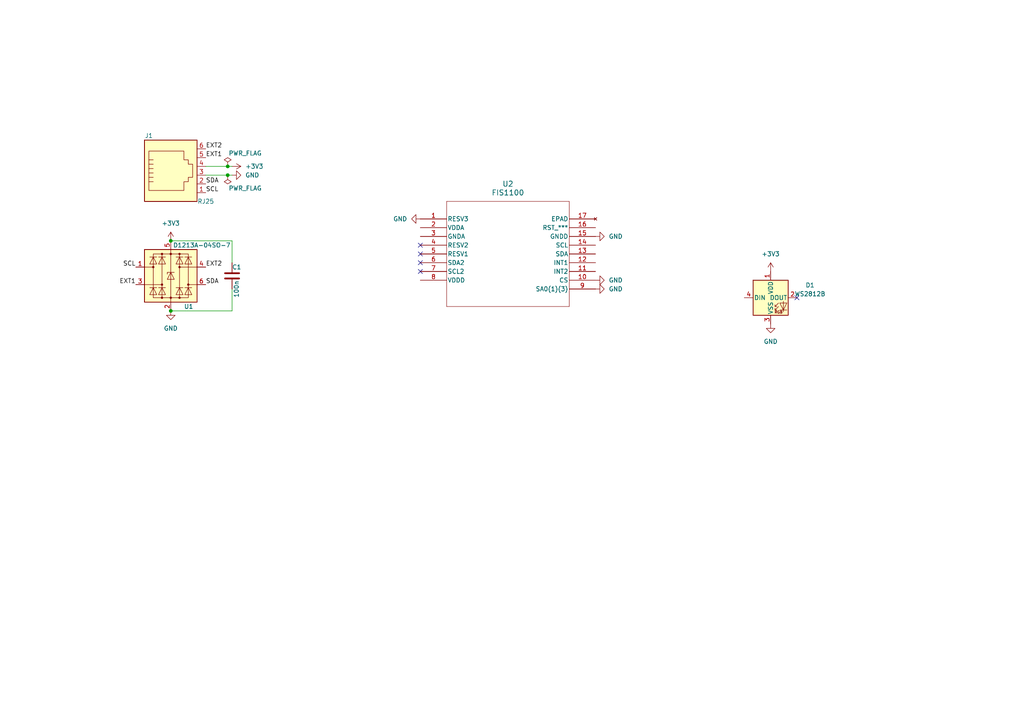
<source format=kicad_sch>
(kicad_sch (version 20230121) (generator eeschema)

  (uuid 12088fe3-b8bc-4212-9bb4-ed098bb8c774)

  (paper "A4")

  (lib_symbols
    (symbol "2024-01-07_16-58-45:FIS1100" (pin_names (offset 0.254)) (in_bom yes) (on_board yes)
      (property "Reference" "U" (at 25.4 10.16 0)
        (effects (font (size 1.524 1.524)))
      )
      (property "Value" "FIS1100" (at 25.4 7.62 0)
        (effects (font (size 1.524 1.524)))
      )
      (property "Footprint" "LGA16_FIS1100_ONS" (at 0 0 0)
        (effects (font (size 1.27 1.27) italic) hide)
      )
      (property "Datasheet" "FIS1100" (at 0 0 0)
        (effects (font (size 1.27 1.27) italic) hide)
      )
      (property "ki_locked" "" (at 0 0 0)
        (effects (font (size 1.27 1.27)))
      )
      (property "ki_keywords" "FIS1100" (at 0 0 0)
        (effects (font (size 1.27 1.27)) hide)
      )
      (property "ki_fp_filters" "LGA16_FIS1100_ONS LGA16_FIS1100_ONS-M LGA16_FIS1100_ONS-L" (at 0 0 0)
        (effects (font (size 1.27 1.27)) hide)
      )
      (symbol "FIS1100_0_1"
        (polyline
          (pts
            (xy 7.62 -25.4)
            (xy 43.18 -25.4)
          )
          (stroke (width 0.127) (type default))
          (fill (type none))
        )
        (polyline
          (pts
            (xy 7.62 5.08)
            (xy 7.62 -25.4)
          )
          (stroke (width 0.127) (type default))
          (fill (type none))
        )
        (polyline
          (pts
            (xy 43.18 -25.4)
            (xy 43.18 5.08)
          )
          (stroke (width 0.127) (type default))
          (fill (type none))
        )
        (polyline
          (pts
            (xy 43.18 5.08)
            (xy 7.62 5.08)
          )
          (stroke (width 0.127) (type default))
          (fill (type none))
        )
        (pin bidirectional line (at 0 0 0) (length 7.62)
          (name "RESV3" (effects (font (size 1.27 1.27))))
          (number "1" (effects (font (size 1.27 1.27))))
        )
        (pin unspecified line (at 50.8 -17.78 180) (length 7.62)
          (name "CS" (effects (font (size 1.27 1.27))))
          (number "10" (effects (font (size 1.27 1.27))))
        )
        (pin input line (at 50.8 -15.24 180) (length 7.62)
          (name "INT2" (effects (font (size 1.27 1.27))))
          (number "11" (effects (font (size 1.27 1.27))))
        )
        (pin input line (at 50.8 -12.7 180) (length 7.62)
          (name "INT1" (effects (font (size 1.27 1.27))))
          (number "12" (effects (font (size 1.27 1.27))))
        )
        (pin bidirectional line (at 50.8 -10.16 180) (length 7.62)
          (name "SDA" (effects (font (size 1.27 1.27))))
          (number "13" (effects (font (size 1.27 1.27))))
        )
        (pin bidirectional line (at 50.8 -7.62 180) (length 7.62)
          (name "SCL" (effects (font (size 1.27 1.27))))
          (number "14" (effects (font (size 1.27 1.27))))
        )
        (pin power_out line (at 50.8 -5.08 180) (length 7.62)
          (name "GNDD" (effects (font (size 1.27 1.27))))
          (number "15" (effects (font (size 1.27 1.27))))
        )
        (pin input line (at 50.8 -2.54 180) (length 7.62)
          (name "RST_***" (effects (font (size 1.27 1.27))))
          (number "16" (effects (font (size 1.27 1.27))))
        )
        (pin no_connect line (at 50.8 0 180) (length 7.62)
          (name "EPAD" (effects (font (size 1.27 1.27))))
          (number "17" (effects (font (size 1.27 1.27))))
        )
        (pin power_in line (at 0 -2.54 0) (length 7.62)
          (name "VDDA" (effects (font (size 1.27 1.27))))
          (number "2" (effects (font (size 1.27 1.27))))
        )
        (pin power_out line (at 0 -5.08 0) (length 7.62)
          (name "GNDA" (effects (font (size 1.27 1.27))))
          (number "3" (effects (font (size 1.27 1.27))))
        )
        (pin bidirectional line (at 0 -7.62 0) (length 7.62)
          (name "RESV2" (effects (font (size 1.27 1.27))))
          (number "4" (effects (font (size 1.27 1.27))))
        )
        (pin bidirectional line (at 0 -10.16 0) (length 7.62)
          (name "RESV1" (effects (font (size 1.27 1.27))))
          (number "5" (effects (font (size 1.27 1.27))))
        )
        (pin unspecified line (at 0 -12.7 0) (length 7.62)
          (name "SDA2" (effects (font (size 1.27 1.27))))
          (number "6" (effects (font (size 1.27 1.27))))
        )
        (pin unspecified line (at 0 -15.24 0) (length 7.62)
          (name "SCL2" (effects (font (size 1.27 1.27))))
          (number "7" (effects (font (size 1.27 1.27))))
        )
        (pin power_in line (at 0 -17.78 0) (length 7.62)
          (name "VDDD" (effects (font (size 1.27 1.27))))
          (number "8" (effects (font (size 1.27 1.27))))
        )
        (pin output line (at 50.8 -20.32 180) (length 7.62)
          (name "SA0(1)(3)" (effects (font (size 1.27 1.27))))
          (number "9" (effects (font (size 1.27 1.27))))
        )
      )
    )
    (symbol "Connector:RJ25" (pin_names (offset 1.016)) (in_bom yes) (on_board yes)
      (property "Reference" "J" (at -5.08 11.43 0)
        (effects (font (size 1.27 1.27)) (justify right))
      )
      (property "Value" "RJ25" (at 2.54 11.43 0)
        (effects (font (size 1.27 1.27)) (justify left))
      )
      (property "Footprint" "" (at 0 0.635 90)
        (effects (font (size 1.27 1.27)) hide)
      )
      (property "Datasheet" "~" (at 0 0.635 90)
        (effects (font (size 1.27 1.27)) hide)
      )
      (property "ki_keywords" "6P6C RJ socket connector" (at 0 0 0)
        (effects (font (size 1.27 1.27)) hide)
      )
      (property "ki_description" "RJ connector, 6P6C (6 positions 6 connected)" (at 0 0 0)
        (effects (font (size 1.27 1.27)) hide)
      )
      (property "ki_fp_filters" "6P6C* RJ12* RJ18* RJ25*" (at 0 0 0)
        (effects (font (size 1.27 1.27)) hide)
      )
      (symbol "RJ25_0_1"
        (polyline
          (pts
            (xy -6.35 -1.905)
            (xy -5.08 -1.905)
            (xy -5.08 -1.905)
          )
          (stroke (width 0) (type default))
          (fill (type none))
        )
        (polyline
          (pts
            (xy -6.35 -0.635)
            (xy -5.08 -0.635)
            (xy -5.08 -0.635)
          )
          (stroke (width 0) (type default))
          (fill (type none))
        )
        (polyline
          (pts
            (xy -6.35 0.635)
            (xy -5.08 0.635)
            (xy -5.08 0.635)
          )
          (stroke (width 0) (type default))
          (fill (type none))
        )
        (polyline
          (pts
            (xy -6.35 1.905)
            (xy -5.08 1.905)
            (xy -5.08 1.905)
          )
          (stroke (width 0) (type default))
          (fill (type none))
        )
        (polyline
          (pts
            (xy -6.35 3.175)
            (xy -5.08 3.175)
            (xy -5.08 3.175)
          )
          (stroke (width 0) (type default))
          (fill (type none))
        )
        (polyline
          (pts
            (xy -5.08 4.445)
            (xy -6.35 4.445)
            (xy -6.35 4.445)
          )
          (stroke (width 0) (type default))
          (fill (type none))
        )
        (polyline
          (pts
            (xy -6.35 -4.445)
            (xy -6.35 6.985)
            (xy 3.81 6.985)
            (xy 3.81 4.445)
            (xy 5.08 4.445)
            (xy 5.08 3.175)
            (xy 6.35 3.175)
            (xy 6.35 -0.635)
            (xy 5.08 -0.635)
            (xy 5.08 -1.905)
            (xy 3.81 -1.905)
            (xy 3.81 -4.445)
            (xy -6.35 -4.445)
            (xy -6.35 -4.445)
          )
          (stroke (width 0) (type default))
          (fill (type none))
        )
        (rectangle (start 7.62 10.16) (end -7.62 -7.62)
          (stroke (width 0.254) (type default))
          (fill (type background))
        )
      )
      (symbol "RJ25_1_1"
        (pin passive line (at 10.16 -5.08 180) (length 2.54)
          (name "~" (effects (font (size 1.27 1.27))))
          (number "1" (effects (font (size 1.27 1.27))))
        )
        (pin passive line (at 10.16 -2.54 180) (length 2.54)
          (name "~" (effects (font (size 1.27 1.27))))
          (number "2" (effects (font (size 1.27 1.27))))
        )
        (pin passive line (at 10.16 0 180) (length 2.54)
          (name "~" (effects (font (size 1.27 1.27))))
          (number "3" (effects (font (size 1.27 1.27))))
        )
        (pin passive line (at 10.16 2.54 180) (length 2.54)
          (name "~" (effects (font (size 1.27 1.27))))
          (number "4" (effects (font (size 1.27 1.27))))
        )
        (pin passive line (at 10.16 5.08 180) (length 2.54)
          (name "~" (effects (font (size 1.27 1.27))))
          (number "5" (effects (font (size 1.27 1.27))))
        )
        (pin passive line (at 10.16 7.62 180) (length 2.54)
          (name "~" (effects (font (size 1.27 1.27))))
          (number "6" (effects (font (size 1.27 1.27))))
        )
      )
    )
    (symbol "Device:C" (pin_numbers hide) (pin_names (offset 0.254)) (in_bom yes) (on_board yes)
      (property "Reference" "C" (at 0.635 2.54 0)
        (effects (font (size 1.27 1.27)) (justify left))
      )
      (property "Value" "C" (at 0.635 -2.54 0)
        (effects (font (size 1.27 1.27)) (justify left))
      )
      (property "Footprint" "" (at 0.9652 -3.81 0)
        (effects (font (size 1.27 1.27)) hide)
      )
      (property "Datasheet" "~" (at 0 0 0)
        (effects (font (size 1.27 1.27)) hide)
      )
      (property "ki_keywords" "cap capacitor" (at 0 0 0)
        (effects (font (size 1.27 1.27)) hide)
      )
      (property "ki_description" "Unpolarized capacitor" (at 0 0 0)
        (effects (font (size 1.27 1.27)) hide)
      )
      (property "ki_fp_filters" "C_*" (at 0 0 0)
        (effects (font (size 1.27 1.27)) hide)
      )
      (symbol "C_0_1"
        (polyline
          (pts
            (xy -2.032 -0.762)
            (xy 2.032 -0.762)
          )
          (stroke (width 0.508) (type default))
          (fill (type none))
        )
        (polyline
          (pts
            (xy -2.032 0.762)
            (xy 2.032 0.762)
          )
          (stroke (width 0.508) (type default))
          (fill (type none))
        )
      )
      (symbol "C_1_1"
        (pin passive line (at 0 3.81 270) (length 2.794)
          (name "~" (effects (font (size 1.27 1.27))))
          (number "1" (effects (font (size 1.27 1.27))))
        )
        (pin passive line (at 0 -3.81 90) (length 2.794)
          (name "~" (effects (font (size 1.27 1.27))))
          (number "2" (effects (font (size 1.27 1.27))))
        )
      )
    )
    (symbol "LED:WS2812B" (pin_names (offset 0.254)) (in_bom yes) (on_board yes)
      (property "Reference" "D" (at 5.08 5.715 0)
        (effects (font (size 1.27 1.27)) (justify right bottom))
      )
      (property "Value" "WS2812B" (at 1.27 -5.715 0)
        (effects (font (size 1.27 1.27)) (justify left top))
      )
      (property "Footprint" "LED_SMD:LED_WS2812B_PLCC4_5.0x5.0mm_P3.2mm" (at 1.27 -7.62 0)
        (effects (font (size 1.27 1.27)) (justify left top) hide)
      )
      (property "Datasheet" "https://cdn-shop.adafruit.com/datasheets/WS2812B.pdf" (at 2.54 -9.525 0)
        (effects (font (size 1.27 1.27)) (justify left top) hide)
      )
      (property "ki_keywords" "RGB LED NeoPixel addressable" (at 0 0 0)
        (effects (font (size 1.27 1.27)) hide)
      )
      (property "ki_description" "RGB LED with integrated controller" (at 0 0 0)
        (effects (font (size 1.27 1.27)) hide)
      )
      (property "ki_fp_filters" "LED*WS2812*PLCC*5.0x5.0mm*P3.2mm*" (at 0 0 0)
        (effects (font (size 1.27 1.27)) hide)
      )
      (symbol "WS2812B_0_0"
        (text "RGB" (at 2.286 -4.191 0)
          (effects (font (size 0.762 0.762)))
        )
      )
      (symbol "WS2812B_0_1"
        (polyline
          (pts
            (xy 1.27 -3.556)
            (xy 1.778 -3.556)
          )
          (stroke (width 0) (type default))
          (fill (type none))
        )
        (polyline
          (pts
            (xy 1.27 -2.54)
            (xy 1.778 -2.54)
          )
          (stroke (width 0) (type default))
          (fill (type none))
        )
        (polyline
          (pts
            (xy 4.699 -3.556)
            (xy 2.667 -3.556)
          )
          (stroke (width 0) (type default))
          (fill (type none))
        )
        (polyline
          (pts
            (xy 2.286 -2.54)
            (xy 1.27 -3.556)
            (xy 1.27 -3.048)
          )
          (stroke (width 0) (type default))
          (fill (type none))
        )
        (polyline
          (pts
            (xy 2.286 -1.524)
            (xy 1.27 -2.54)
            (xy 1.27 -2.032)
          )
          (stroke (width 0) (type default))
          (fill (type none))
        )
        (polyline
          (pts
            (xy 3.683 -1.016)
            (xy 3.683 -3.556)
            (xy 3.683 -4.064)
          )
          (stroke (width 0) (type default))
          (fill (type none))
        )
        (polyline
          (pts
            (xy 4.699 -1.524)
            (xy 2.667 -1.524)
            (xy 3.683 -3.556)
            (xy 4.699 -1.524)
          )
          (stroke (width 0) (type default))
          (fill (type none))
        )
        (rectangle (start 5.08 5.08) (end -5.08 -5.08)
          (stroke (width 0.254) (type default))
          (fill (type background))
        )
      )
      (symbol "WS2812B_1_1"
        (pin power_in line (at 0 7.62 270) (length 2.54)
          (name "VDD" (effects (font (size 1.27 1.27))))
          (number "1" (effects (font (size 1.27 1.27))))
        )
        (pin output line (at 7.62 0 180) (length 2.54)
          (name "DOUT" (effects (font (size 1.27 1.27))))
          (number "2" (effects (font (size 1.27 1.27))))
        )
        (pin power_in line (at 0 -7.62 90) (length 2.54)
          (name "VSS" (effects (font (size 1.27 1.27))))
          (number "3" (effects (font (size 1.27 1.27))))
        )
        (pin input line (at -7.62 0 0) (length 2.54)
          (name "DIN" (effects (font (size 1.27 1.27))))
          (number "4" (effects (font (size 1.27 1.27))))
        )
      )
    )
    (symbol "Power_Protection:WE-TVS-824015043" (pin_names hide) (in_bom yes) (on_board yes)
      (property "Reference" "U" (at 0 12.7 0)
        (effects (font (size 1.27 1.27)))
      )
      (property "Value" "WE-TVS-824015043" (at 0 10.16 0)
        (effects (font (size 1.27 1.27)))
      )
      (property "Footprint" "Package_TO_SOT_SMD:SOT-23-6" (at 1.27 -8.89 0)
        (effects (font (size 1.27 1.27)) hide)
      )
      (property "Datasheet" "https://www.we-online.com/components/products/datasheet/824015043.pdf" (at 1.27 -10.16 0)
        (effects (font (size 1.27 1.27)) hide)
      )
      (property "ki_keywords" "ESD Protection TVS High-speed USB" (at 0 0 0)
        (effects (font (size 1.27 1.27)) hide)
      )
      (property "ki_description" "Low Capacitance TVS Diode Array, 2 Channels, SOT-23-6" (at 0 0 0)
        (effects (font (size 1.27 1.27)) hide)
      )
      (property "ki_fp_filters" "SOT?23*" (at 0 0 0)
        (effects (font (size 1.27 1.27)) hide)
      )
      (symbol "WE-TVS-824015043_0_1"
        (rectangle (start -7.62 -7.62) (end 7.62 7.62)
          (stroke (width 0.254) (type default))
          (fill (type background))
        )
        (circle (center -5.08 2.54) (radius 0.254)
          (stroke (width 0) (type default))
          (fill (type outline))
        )
        (circle (center -2.54 -6.35) (radius 0.254)
          (stroke (width 0) (type default))
          (fill (type outline))
        )
        (circle (center -2.54 -2.54) (radius 0.254)
          (stroke (width 0) (type default))
          (fill (type outline))
        )
        (circle (center -2.54 6.35) (radius 0.254)
          (stroke (width 0) (type default))
          (fill (type outline))
        )
        (rectangle (start -2.54 6.35) (end 2.54 -6.35)
          (stroke (width 0) (type default))
          (fill (type none))
        )
        (circle (center 0 -6.35) (radius 0.254)
          (stroke (width 0) (type default))
          (fill (type outline))
        )
        (polyline
          (pts
            (xy -5.08 2.54)
            (xy -7.62 2.54)
          )
          (stroke (width 0) (type default))
          (fill (type none))
        )
        (polyline
          (pts
            (xy -4.064 -3.429)
            (xy -6.096 -3.429)
          )
          (stroke (width 0) (type default))
          (fill (type none))
        )
        (polyline
          (pts
            (xy -4.064 5.461)
            (xy -6.096 5.461)
          )
          (stroke (width 0) (type default))
          (fill (type none))
        )
        (polyline
          (pts
            (xy -2.54 -2.54)
            (xy -7.62 -2.54)
          )
          (stroke (width 0) (type default))
          (fill (type none))
        )
        (polyline
          (pts
            (xy -1.524 -3.429)
            (xy -3.556 -3.429)
          )
          (stroke (width 0) (type default))
          (fill (type none))
        )
        (polyline
          (pts
            (xy -1.524 5.461)
            (xy -3.556 5.461)
          )
          (stroke (width 0) (type default))
          (fill (type none))
        )
        (polyline
          (pts
            (xy 0 -7.62)
            (xy 0 -6.35)
          )
          (stroke (width 0) (type default))
          (fill (type none))
        )
        (polyline
          (pts
            (xy 0 -6.35)
            (xy 0 1.27)
          )
          (stroke (width 0) (type default))
          (fill (type none))
        )
        (polyline
          (pts
            (xy 0 1.27)
            (xy 0 6.35)
          )
          (stroke (width 0) (type default))
          (fill (type none))
        )
        (polyline
          (pts
            (xy 0 6.35)
            (xy 0 7.62)
          )
          (stroke (width 0) (type default))
          (fill (type none))
        )
        (polyline
          (pts
            (xy 1.524 -3.429)
            (xy 3.556 -3.429)
          )
          (stroke (width 0) (type default))
          (fill (type none))
        )
        (polyline
          (pts
            (xy 1.524 5.461)
            (xy 3.556 5.461)
          )
          (stroke (width 0) (type default))
          (fill (type none))
        )
        (polyline
          (pts
            (xy 2.54 2.54)
            (xy 7.62 2.54)
          )
          (stroke (width 0) (type default))
          (fill (type none))
        )
        (polyline
          (pts
            (xy 4.064 -3.429)
            (xy 6.096 -3.429)
          )
          (stroke (width 0) (type default))
          (fill (type none))
        )
        (polyline
          (pts
            (xy 4.064 5.461)
            (xy 6.096 5.461)
          )
          (stroke (width 0) (type default))
          (fill (type none))
        )
        (polyline
          (pts
            (xy 5.08 -2.54)
            (xy 7.62 -2.54)
          )
          (stroke (width 0) (type default))
          (fill (type none))
        )
        (polyline
          (pts
            (xy -6.096 -5.461)
            (xy -4.064 -5.461)
            (xy -5.08 -3.429)
            (xy -6.096 -5.461)
          )
          (stroke (width 0) (type default))
          (fill (type none))
        )
        (polyline
          (pts
            (xy -6.096 3.429)
            (xy -4.064 3.429)
            (xy -5.08 5.461)
            (xy -6.096 3.429)
          )
          (stroke (width 0) (type default))
          (fill (type none))
        )
        (polyline
          (pts
            (xy -3.556 -5.461)
            (xy -1.524 -5.461)
            (xy -2.54 -3.429)
            (xy -3.556 -5.461)
          )
          (stroke (width 0) (type default))
          (fill (type none))
        )
        (polyline
          (pts
            (xy -3.556 3.429)
            (xy -1.524 3.429)
            (xy -2.54 5.461)
            (xy -3.556 3.429)
          )
          (stroke (width 0) (type default))
          (fill (type none))
        )
        (polyline
          (pts
            (xy -2.54 6.35)
            (xy -5.08 6.35)
            (xy -5.08 -6.35)
            (xy -2.54 -6.35)
          )
          (stroke (width 0) (type default))
          (fill (type none))
        )
        (polyline
          (pts
            (xy -1.016 -1.016)
            (xy 1.016 -1.016)
            (xy 0 1.016)
            (xy -1.016 -1.016)
          )
          (stroke (width 0) (type default))
          (fill (type none))
        )
        (polyline
          (pts
            (xy 1.016 1.016)
            (xy 0.762 1.016)
            (xy -1.016 1.016)
            (xy -1.016 0.508)
          )
          (stroke (width 0) (type default))
          (fill (type none))
        )
        (polyline
          (pts
            (xy 2.54 6.35)
            (xy 5.08 6.35)
            (xy 5.08 -6.35)
            (xy 2.54 -6.35)
          )
          (stroke (width 0) (type default))
          (fill (type none))
        )
        (polyline
          (pts
            (xy 3.556 -5.461)
            (xy 1.524 -5.461)
            (xy 2.54 -3.429)
            (xy 3.556 -5.461)
          )
          (stroke (width 0) (type default))
          (fill (type none))
        )
        (polyline
          (pts
            (xy 3.556 3.429)
            (xy 1.524 3.429)
            (xy 2.54 5.461)
            (xy 3.556 3.429)
          )
          (stroke (width 0) (type default))
          (fill (type none))
        )
        (polyline
          (pts
            (xy 6.096 -5.461)
            (xy 4.064 -5.461)
            (xy 5.08 -3.429)
            (xy 6.096 -5.461)
          )
          (stroke (width 0) (type default))
          (fill (type none))
        )
        (polyline
          (pts
            (xy 6.096 3.429)
            (xy 4.064 3.429)
            (xy 5.08 5.461)
            (xy 6.096 3.429)
          )
          (stroke (width 0) (type default))
          (fill (type none))
        )
        (circle (center 0 6.35) (radius 0.254)
          (stroke (width 0) (type default))
          (fill (type outline))
        )
        (circle (center 2.54 -6.35) (radius 0.254)
          (stroke (width 0) (type default))
          (fill (type outline))
        )
        (circle (center 2.54 2.54) (radius 0.254)
          (stroke (width 0) (type default))
          (fill (type outline))
        )
        (circle (center 2.54 6.35) (radius 0.254)
          (stroke (width 0) (type default))
          (fill (type outline))
        )
        (circle (center 5.08 -2.54) (radius 0.254)
          (stroke (width 0) (type default))
          (fill (type outline))
        )
      )
      (symbol "WE-TVS-824015043_1_1"
        (pin passive line (at -10.16 2.54 0) (length 2.54)
          (name "I/O1" (effects (font (size 1.27 1.27))))
          (number "1" (effects (font (size 1.27 1.27))))
        )
        (pin passive line (at 0 -10.16 90) (length 2.54)
          (name "GND" (effects (font (size 1.27 1.27))))
          (number "2" (effects (font (size 1.27 1.27))))
        )
        (pin passive line (at -10.16 -2.54 0) (length 2.54)
          (name "I/O2" (effects (font (size 1.27 1.27))))
          (number "3" (effects (font (size 1.27 1.27))))
        )
        (pin passive line (at 10.16 2.54 180) (length 2.54)
          (name "I/O3" (effects (font (size 1.27 1.27))))
          (number "4" (effects (font (size 1.27 1.27))))
        )
        (pin passive line (at 0 10.16 270) (length 2.54)
          (name "VBUS" (effects (font (size 1.27 1.27))))
          (number "5" (effects (font (size 1.27 1.27))))
        )
        (pin passive line (at 10.16 -2.54 180) (length 2.54)
          (name "I/O4" (effects (font (size 1.27 1.27))))
          (number "6" (effects (font (size 1.27 1.27))))
        )
      )
    )
    (symbol "power:+3V3" (power) (pin_names (offset 0)) (in_bom yes) (on_board yes)
      (property "Reference" "#PWR" (at 0 -3.81 0)
        (effects (font (size 1.27 1.27)) hide)
      )
      (property "Value" "+3V3" (at 0 3.556 0)
        (effects (font (size 1.27 1.27)))
      )
      (property "Footprint" "" (at 0 0 0)
        (effects (font (size 1.27 1.27)) hide)
      )
      (property "Datasheet" "" (at 0 0 0)
        (effects (font (size 1.27 1.27)) hide)
      )
      (property "ki_keywords" "global power" (at 0 0 0)
        (effects (font (size 1.27 1.27)) hide)
      )
      (property "ki_description" "Power symbol creates a global label with name \"+3V3\"" (at 0 0 0)
        (effects (font (size 1.27 1.27)) hide)
      )
      (symbol "+3V3_0_1"
        (polyline
          (pts
            (xy -0.762 1.27)
            (xy 0 2.54)
          )
          (stroke (width 0) (type default))
          (fill (type none))
        )
        (polyline
          (pts
            (xy 0 0)
            (xy 0 2.54)
          )
          (stroke (width 0) (type default))
          (fill (type none))
        )
        (polyline
          (pts
            (xy 0 2.54)
            (xy 0.762 1.27)
          )
          (stroke (width 0) (type default))
          (fill (type none))
        )
      )
      (symbol "+3V3_1_1"
        (pin power_in line (at 0 0 90) (length 0) hide
          (name "+3V3" (effects (font (size 1.27 1.27))))
          (number "1" (effects (font (size 1.27 1.27))))
        )
      )
    )
    (symbol "power:GND" (power) (pin_names (offset 0)) (in_bom yes) (on_board yes)
      (property "Reference" "#PWR" (at 0 -6.35 0)
        (effects (font (size 1.27 1.27)) hide)
      )
      (property "Value" "GND" (at 0 -3.81 0)
        (effects (font (size 1.27 1.27)))
      )
      (property "Footprint" "" (at 0 0 0)
        (effects (font (size 1.27 1.27)) hide)
      )
      (property "Datasheet" "" (at 0 0 0)
        (effects (font (size 1.27 1.27)) hide)
      )
      (property "ki_keywords" "global power" (at 0 0 0)
        (effects (font (size 1.27 1.27)) hide)
      )
      (property "ki_description" "Power symbol creates a global label with name \"GND\" , ground" (at 0 0 0)
        (effects (font (size 1.27 1.27)) hide)
      )
      (symbol "GND_0_1"
        (polyline
          (pts
            (xy 0 0)
            (xy 0 -1.27)
            (xy 1.27 -1.27)
            (xy 0 -2.54)
            (xy -1.27 -1.27)
            (xy 0 -1.27)
          )
          (stroke (width 0) (type default))
          (fill (type none))
        )
      )
      (symbol "GND_1_1"
        (pin power_in line (at 0 0 270) (length 0) hide
          (name "GND" (effects (font (size 1.27 1.27))))
          (number "1" (effects (font (size 1.27 1.27))))
        )
      )
    )
    (symbol "power:PWR_FLAG" (power) (pin_numbers hide) (pin_names (offset 0) hide) (in_bom yes) (on_board yes)
      (property "Reference" "#FLG" (at 0 1.905 0)
        (effects (font (size 1.27 1.27)) hide)
      )
      (property "Value" "PWR_FLAG" (at 0 3.81 0)
        (effects (font (size 1.27 1.27)))
      )
      (property "Footprint" "" (at 0 0 0)
        (effects (font (size 1.27 1.27)) hide)
      )
      (property "Datasheet" "~" (at 0 0 0)
        (effects (font (size 1.27 1.27)) hide)
      )
      (property "ki_keywords" "flag power" (at 0 0 0)
        (effects (font (size 1.27 1.27)) hide)
      )
      (property "ki_description" "Special symbol for telling ERC where power comes from" (at 0 0 0)
        (effects (font (size 1.27 1.27)) hide)
      )
      (symbol "PWR_FLAG_0_0"
        (pin power_out line (at 0 0 90) (length 0)
          (name "pwr" (effects (font (size 1.27 1.27))))
          (number "1" (effects (font (size 1.27 1.27))))
        )
      )
      (symbol "PWR_FLAG_0_1"
        (polyline
          (pts
            (xy 0 0)
            (xy 0 1.27)
            (xy -1.016 1.905)
            (xy 0 2.54)
            (xy 1.016 1.905)
            (xy 0 1.27)
          )
          (stroke (width 0) (type default))
          (fill (type none))
        )
      )
    )
  )

  (junction (at 49.53 69.85) (diameter 0) (color 0 0 0 0)
    (uuid 04adcad6-272e-432c-bab4-3b44047e3d2e)
  )
  (junction (at 66.04 48.26) (diameter 0) (color 0 0 0 0)
    (uuid 365ce561-7767-4ba3-8a09-5be0928e64b8)
  )
  (junction (at 66.04 50.8) (diameter 0) (color 0 0 0 0)
    (uuid cac15a9f-b552-4485-8254-4a7dfa1e1734)
  )
  (junction (at 49.53 90.17) (diameter 0) (color 0 0 0 0)
    (uuid edd2bad7-5a38-4987-89fc-196b1c31f6da)
  )

  (no_connect (at 121.92 76.2) (uuid 05368e63-f049-49e7-8d89-8f0f01afae2f))
  (no_connect (at 121.92 73.66) (uuid 05a1784b-e33f-4c21-ae4c-b83af6e238cb))
  (no_connect (at 231.14 86.36) (uuid 409b3b0f-27fd-4ade-b2f4-64c4dc3ea455))
  (no_connect (at 121.92 78.74) (uuid 6631f75f-2a0f-4844-937c-60ad4a5f6d24))
  (no_connect (at 121.92 71.12) (uuid ebc5f8d6-1303-4921-aaf2-f621aac3fa98))

  (wire (pts (xy 66.04 48.26) (xy 59.69 48.26))
    (stroke (width 0) (type default))
    (uuid 37f73037-e895-423e-98f3-001e65c54b23)
  )
  (wire (pts (xy 67.31 48.26) (xy 66.04 48.26))
    (stroke (width 0) (type default))
    (uuid 3c964edc-4619-4ea6-ac81-e5795618fcf2)
  )
  (wire (pts (xy 67.31 69.85) (xy 49.53 69.85))
    (stroke (width 0) (type default))
    (uuid 3e6f186a-ab20-4d17-a4a7-b2ece49397e8)
  )
  (wire (pts (xy 67.31 83.82) (xy 67.31 90.17))
    (stroke (width 0) (type default))
    (uuid 5a6a673b-38ea-4802-8a6f-fc8fa07e4ec4)
  )
  (wire (pts (xy 67.31 90.17) (xy 49.53 90.17))
    (stroke (width 0) (type default))
    (uuid b46dcf34-d7e1-4ec6-9b0f-b482f128a004)
  )
  (wire (pts (xy 66.04 50.8) (xy 67.31 50.8))
    (stroke (width 0) (type default))
    (uuid c25b0540-e9de-4238-bc2c-408bbaf54b09)
  )
  (wire (pts (xy 59.69 50.8) (xy 66.04 50.8))
    (stroke (width 0) (type default))
    (uuid d2eacc56-dc4d-471d-8a92-6fae50941000)
  )
  (wire (pts (xy 67.31 76.2) (xy 67.31 69.85))
    (stroke (width 0) (type default))
    (uuid fd8a95ea-dcac-41a3-b8bc-abbfd83929e6)
  )

  (label "SCL" (at 59.69 55.88 0) (fields_autoplaced)
    (effects (font (size 1.27 1.27)) (justify left bottom))
    (uuid 6af1ad11-6479-4d9b-9989-d4058b7b703d)
  )
  (label "EXT1" (at 39.37 82.55 180) (fields_autoplaced)
    (effects (font (size 1.27 1.27)) (justify right bottom))
    (uuid 7f48942f-f204-407b-b763-fd5f911f67e5)
  )
  (label "SDA" (at 59.69 53.34 0) (fields_autoplaced)
    (effects (font (size 1.27 1.27)) (justify left bottom))
    (uuid 7ff23e02-cc71-4e64-9fea-adf5cf04b8aa)
  )
  (label "SCL" (at 39.37 77.47 180) (fields_autoplaced)
    (effects (font (size 1.27 1.27)) (justify right bottom))
    (uuid 80f08597-df76-47a8-9c2c-880cb7c0a156)
  )
  (label "EXT2" (at 59.69 43.18 0) (fields_autoplaced)
    (effects (font (size 1.27 1.27)) (justify left bottom))
    (uuid 8dbd0522-eca4-4267-b5df-57033c2915ab)
  )
  (label "EXT2" (at 59.69 77.47 0) (fields_autoplaced)
    (effects (font (size 1.27 1.27)) (justify left bottom))
    (uuid c38f13a9-75ab-44b5-a684-f6ba054be9f1)
  )
  (label "EXT1" (at 59.69 45.72 0) (fields_autoplaced)
    (effects (font (size 1.27 1.27)) (justify left bottom))
    (uuid e037af14-308c-48c8-b895-9997faee2210)
  )
  (label "SDA" (at 59.69 82.55 0) (fields_autoplaced)
    (effects (font (size 1.27 1.27)) (justify left bottom))
    (uuid e4c70eeb-00ba-4b66-98ee-04e1df86cd4a)
  )

  (symbol (lib_id "power:PWR_FLAG") (at 66.04 50.8 180) (unit 1)
    (in_bom yes) (on_board yes) (dnp no)
    (uuid 0f19492f-20dc-4cd8-8fa8-4ddfecbcfaa2)
    (property "Reference" "#FLG02" (at 66.04 52.705 0)
      (effects (font (size 1.27 1.27)) hide)
    )
    (property "Value" "PWR_FLAG" (at 71.12 54.61 0)
      (effects (font (size 1.27 1.27)))
    )
    (property "Footprint" "" (at 66.04 50.8 0)
      (effects (font (size 1.27 1.27)) hide)
    )
    (property "Datasheet" "~" (at 66.04 50.8 0)
      (effects (font (size 1.27 1.27)) hide)
    )
    (pin "1" (uuid dd95c5b8-c048-452c-ab1c-d9fc7b65c152))
    (instances
      (project "FABI IMU Addon"
        (path "/12088fe3-b8bc-4212-9bb4-ed098bb8c774"
          (reference "#FLG02") (unit 1)
        )
      )
      (project "FABI3 - IMU Addon"
        (path "/5366ba57-4f93-4c60-9895-4205cbb289d0"
          (reference "#FLG02") (unit 1)
        )
      )
    )
  )

  (symbol (lib_id "2024-01-07_16-58-45:FIS1100") (at 121.92 63.5 0) (unit 1)
    (in_bom yes) (on_board yes) (dnp no) (fields_autoplaced)
    (uuid 24b439c1-c3b2-48d1-951a-259a22e151d9)
    (property "Reference" "U2" (at 147.32 53.34 0)
      (effects (font (size 1.524 1.524)))
    )
    (property "Value" "FIS1100" (at 147.32 55.88 0)
      (effects (font (size 1.524 1.524)))
    )
    (property "Footprint" "FIS1100:LGA16_FIS1100_ONS" (at 121.92 63.5 0)
      (effects (font (size 1.27 1.27) italic) hide)
    )
    (property "Datasheet" "FIS1100" (at 121.92 63.5 0)
      (effects (font (size 1.27 1.27) italic) hide)
    )
    (pin "1" (uuid db193c04-c97a-4d8b-9383-32df5b71c323))
    (pin "10" (uuid d2b2eaeb-88a2-44e7-a4d9-9220b6331f45))
    (pin "11" (uuid 653caa8a-654c-4988-acd7-d374937dd06c))
    (pin "12" (uuid ed03d320-e51d-4231-8e36-3b337f6db908))
    (pin "13" (uuid 27d8d585-4190-4b13-b1f8-48c946884dba))
    (pin "14" (uuid d634c994-430d-41eb-ad35-3e8051f49abe))
    (pin "15" (uuid 54776862-ee4b-4b98-b36d-02a9a92c2fd8))
    (pin "16" (uuid f7409d85-024a-4341-8194-5fbb165438a0))
    (pin "17" (uuid 80451355-ccf4-401d-bcd1-04849667f938))
    (pin "2" (uuid 31a9767d-5b5a-45c6-bfeb-2af4fdddd7f1))
    (pin "3" (uuid 380950fc-c877-45d2-9531-58c35a215a78))
    (pin "4" (uuid 8fdd97bb-b2f0-466d-be21-fe4ec1bc78e9))
    (pin "5" (uuid b6b3cad5-6b44-4e0b-88e9-ea900c27f538))
    (pin "6" (uuid 4e7f5094-d9e4-4908-a7e3-2f25dadb2ab6))
    (pin "7" (uuid cd6faa65-aeea-436d-a425-9b34c9c7080b))
    (pin "8" (uuid ee5cf34c-e61a-4114-b4e4-8090d2a32e2c))
    (pin "9" (uuid a3452ccf-f1f8-413e-8ddd-2a47dfe4a7bb))
    (instances
      (project "FABI IMU Addon"
        (path "/12088fe3-b8bc-4212-9bb4-ed098bb8c774"
          (reference "U2") (unit 1)
        )
      )
    )
  )

  (symbol (lib_id "LED:WS2812B") (at 223.52 86.36 0) (unit 1)
    (in_bom yes) (on_board yes) (dnp no) (fields_autoplaced)
    (uuid 2c8247a3-64ca-4a3a-bae6-da5ef88d3c45)
    (property "Reference" "D1" (at 234.95 82.7121 0)
      (effects (font (size 1.27 1.27)))
    )
    (property "Value" "WS2812B" (at 234.95 85.2521 0)
      (effects (font (size 1.27 1.27)))
    )
    (property "Footprint" "LED_SMD:LED_WS2812B_PLCC4_5.0x5.0mm_P3.2mm" (at 224.79 93.98 0)
      (effects (font (size 1.27 1.27)) (justify left top) hide)
    )
    (property "Datasheet" "https://cdn-shop.adafruit.com/datasheets/WS2812B.pdf" (at 226.06 95.885 0)
      (effects (font (size 1.27 1.27)) (justify left top) hide)
    )
    (pin "1" (uuid a0caf751-a81b-4c82-9e2a-049da4c2b21c))
    (pin "2" (uuid 020a4d99-ff49-4698-abd9-75da994b1985))
    (pin "3" (uuid e7028555-d329-486f-b937-2f1e28a2e995))
    (pin "4" (uuid c67db619-22f1-4ee2-b0c7-ebc4b96afa39))
    (instances
      (project "FABI IMU Addon"
        (path "/12088fe3-b8bc-4212-9bb4-ed098bb8c774"
          (reference "D1") (unit 1)
        )
      )
      (project "FABI3 - IMU Addon"
        (path "/5366ba57-4f93-4c60-9895-4205cbb289d0"
          (reference "D1") (unit 1)
        )
      )
    )
  )

  (symbol (lib_id "power:GND") (at 172.72 83.82 90) (unit 1)
    (in_bom yes) (on_board yes) (dnp no) (fields_autoplaced)
    (uuid 33c834a5-100e-4b71-bda5-99be680cdaad)
    (property "Reference" "#PWR08" (at 179.07 83.82 0)
      (effects (font (size 1.27 1.27)) hide)
    )
    (property "Value" "GND" (at 176.53 83.82 90)
      (effects (font (size 1.27 1.27)) (justify right))
    )
    (property "Footprint" "" (at 172.72 83.82 0)
      (effects (font (size 1.27 1.27)) hide)
    )
    (property "Datasheet" "" (at 172.72 83.82 0)
      (effects (font (size 1.27 1.27)) hide)
    )
    (pin "1" (uuid f54e9cb8-449c-41b5-847c-c2d5bc5af16a))
    (instances
      (project "FABI IMU Addon"
        (path "/12088fe3-b8bc-4212-9bb4-ed098bb8c774"
          (reference "#PWR08") (unit 1)
        )
      )
    )
  )

  (symbol (lib_id "power:+3V3") (at 67.31 48.26 270) (unit 1)
    (in_bom yes) (on_board yes) (dnp no) (fields_autoplaced)
    (uuid 4556608a-2b89-4170-893c-519a6c57a49b)
    (property "Reference" "#PWR03" (at 63.5 48.26 0)
      (effects (font (size 1.27 1.27)) hide)
    )
    (property "Value" "+3V3" (at 71.12 48.26 90)
      (effects (font (size 1.27 1.27)) (justify left))
    )
    (property "Footprint" "" (at 67.31 48.26 0)
      (effects (font (size 1.27 1.27)) hide)
    )
    (property "Datasheet" "" (at 67.31 48.26 0)
      (effects (font (size 1.27 1.27)) hide)
    )
    (pin "1" (uuid a1c6d92a-933e-4070-96ff-f1b4e941fed2))
    (instances
      (project "FABI IMU Addon"
        (path "/12088fe3-b8bc-4212-9bb4-ed098bb8c774"
          (reference "#PWR03") (unit 1)
        )
      )
      (project "FABI3 - IMU Addon"
        (path "/5366ba57-4f93-4c60-9895-4205cbb289d0"
          (reference "#PWR02") (unit 1)
        )
      )
    )
  )

  (symbol (lib_id "power:GND") (at 223.52 93.98 0) (unit 1)
    (in_bom yes) (on_board yes) (dnp no) (fields_autoplaced)
    (uuid 5017bc79-c904-4286-af00-78b01068f375)
    (property "Reference" "#PWR06" (at 223.52 100.33 0)
      (effects (font (size 1.27 1.27)) hide)
    )
    (property "Value" "GND" (at 223.52 99.06 0)
      (effects (font (size 1.27 1.27)))
    )
    (property "Footprint" "" (at 223.52 93.98 0)
      (effects (font (size 1.27 1.27)) hide)
    )
    (property "Datasheet" "" (at 223.52 93.98 0)
      (effects (font (size 1.27 1.27)) hide)
    )
    (pin "1" (uuid dfe67fc9-c072-4a83-bde0-f2cc2d6b412b))
    (instances
      (project "FABI IMU Addon"
        (path "/12088fe3-b8bc-4212-9bb4-ed098bb8c774"
          (reference "#PWR06") (unit 1)
        )
      )
      (project "FABI3 - IMU Addon"
        (path "/5366ba57-4f93-4c60-9895-4205cbb289d0"
          (reference "#PWR016") (unit 1)
        )
      )
    )
  )

  (symbol (lib_id "power:GND") (at 172.72 68.58 90) (unit 1)
    (in_bom yes) (on_board yes) (dnp no) (fields_autoplaced)
    (uuid 50d660bf-e99b-4b1b-bf75-7174a0708c90)
    (property "Reference" "#PWR09" (at 179.07 68.58 0)
      (effects (font (size 1.27 1.27)) hide)
    )
    (property "Value" "GND" (at 176.53 68.58 90)
      (effects (font (size 1.27 1.27)) (justify right))
    )
    (property "Footprint" "" (at 172.72 68.58 0)
      (effects (font (size 1.27 1.27)) hide)
    )
    (property "Datasheet" "" (at 172.72 68.58 0)
      (effects (font (size 1.27 1.27)) hide)
    )
    (pin "1" (uuid f35377af-1fa2-454a-ad50-e63ec438fd47))
    (instances
      (project "FABI IMU Addon"
        (path "/12088fe3-b8bc-4212-9bb4-ed098bb8c774"
          (reference "#PWR09") (unit 1)
        )
      )
    )
  )

  (symbol (lib_id "power:GND") (at 121.92 63.5 270) (unit 1)
    (in_bom yes) (on_board yes) (dnp no) (fields_autoplaced)
    (uuid 59bf3a1d-0abd-4639-b0e1-40056bc176f6)
    (property "Reference" "#PWR07" (at 115.57 63.5 0)
      (effects (font (size 1.27 1.27)) hide)
    )
    (property "Value" "GND" (at 118.11 63.5 90)
      (effects (font (size 1.27 1.27)) (justify right))
    )
    (property "Footprint" "" (at 121.92 63.5 0)
      (effects (font (size 1.27 1.27)) hide)
    )
    (property "Datasheet" "" (at 121.92 63.5 0)
      (effects (font (size 1.27 1.27)) hide)
    )
    (pin "1" (uuid 34c68dc0-f12e-4b6d-ab3c-5e21ec69b676))
    (instances
      (project "FABI IMU Addon"
        (path "/12088fe3-b8bc-4212-9bb4-ed098bb8c774"
          (reference "#PWR07") (unit 1)
        )
      )
    )
  )

  (symbol (lib_id "power:+3V3") (at 49.53 69.85 0) (unit 1)
    (in_bom yes) (on_board yes) (dnp no) (fields_autoplaced)
    (uuid 61860d18-ce48-47c4-9ae6-b33e0f20cf67)
    (property "Reference" "#PWR01" (at 49.53 73.66 0)
      (effects (font (size 1.27 1.27)) hide)
    )
    (property "Value" "+3V3" (at 49.53 64.77 0)
      (effects (font (size 1.27 1.27)))
    )
    (property "Footprint" "" (at 49.53 69.85 0)
      (effects (font (size 1.27 1.27)) hide)
    )
    (property "Datasheet" "" (at 49.53 69.85 0)
      (effects (font (size 1.27 1.27)) hide)
    )
    (pin "1" (uuid ab808848-a9ec-438d-a2c6-9bcbb5ba8874))
    (instances
      (project "FABI IMU Addon"
        (path "/12088fe3-b8bc-4212-9bb4-ed098bb8c774"
          (reference "#PWR01") (unit 1)
        )
      )
      (project "FABI3 - IMU Addon"
        (path "/5366ba57-4f93-4c60-9895-4205cbb289d0"
          (reference "#PWR017") (unit 1)
        )
      )
    )
  )

  (symbol (lib_id "Device:C") (at 67.31 80.01 0) (unit 1)
    (in_bom yes) (on_board yes) (dnp no)
    (uuid 6d896288-094e-431f-9fdd-75f4e6080586)
    (property "Reference" "C1" (at 67.31 77.47 0)
      (effects (font (size 1.27 1.27)) (justify left))
    )
    (property "Value" "100n" (at 68.58 86.36 90)
      (effects (font (size 1.27 1.27)) (justify left))
    )
    (property "Footprint" "Capacitor_SMD:C_0603_1608Metric" (at 68.2752 83.82 0)
      (effects (font (size 1.27 1.27)) hide)
    )
    (property "Datasheet" "~" (at 67.31 80.01 0)
      (effects (font (size 1.27 1.27)) hide)
    )
    (property "Digikey" "1276-CL10B104KB8NNNLCT-ND" (at 67.31 80.01 0)
      (effects (font (size 1.27 1.27)) hide)
    )
    (property "Farnell" "3013409" (at 67.31 80.01 0)
      (effects (font (size 1.27 1.27)) hide)
    )
    (property "Mouser" "581-06035C104K4" (at 67.31 80.01 0)
      (effects (font (size 1.27 1.27)) hide)
    )
    (property "RS Components" "200-6519" (at 67.31 80.01 0)
      (effects (font (size 1.27 1.27)) hide)
    )
    (pin "1" (uuid 14a18dd3-e312-4872-b8db-cf9297d2d3da))
    (pin "2" (uuid ea586e4a-119c-4a80-9d5b-49f77d0e30f5))
    (instances
      (project "FABI IMU Addon"
        (path "/12088fe3-b8bc-4212-9bb4-ed098bb8c774"
          (reference "C1") (unit 1)
        )
      )
      (project "FM3_mainboard"
        (path "/37f31dec-63fc-4634-a141-5dc5d2b60fe4"
          (reference "C2") (unit 1)
        )
      )
      (project "FABI3 - IMU Addon"
        (path "/5366ba57-4f93-4c60-9895-4205cbb289d0"
          (reference "C4") (unit 1)
        )
      )
      (project "FABI_schematic"
        (path "/8404dabe-a0ce-44ce-a3c9-f9e9e54d2b02"
          (reference "C3") (unit 1)
        )
      )
    )
  )

  (symbol (lib_id "Power_Protection:WE-TVS-824015043") (at 49.53 80.01 0) (unit 1)
    (in_bom yes) (on_board yes) (dnp no)
    (uuid 75d2d1b6-8101-497d-a976-f37a6a6b824a)
    (property "Reference" "U1" (at 53.34 88.9 0)
      (effects (font (size 1.27 1.27)) (justify left))
    )
    (property "Value" "D1213A-04SO-7" (at 50.165 71.12 0)
      (effects (font (size 1.27 1.27)) (justify left))
    )
    (property "Footprint" "Package_SO:SC-74-6_1.5x2.9mm_P0.95mm" (at 50.8 88.9 0)
      (effects (font (size 1.27 1.27)) hide)
    )
    (property "Datasheet" "https://www.we-online.com/components/products/datasheet/824015043.pdf" (at 50.8 90.17 0)
      (effects (font (size 1.27 1.27)) hide)
    )
    (property "Digikey" "D1213A-04SO-7DICT-ND" (at 49.53 80.01 0)
      (effects (font (size 1.27 1.27)) hide)
    )
    (pin "1" (uuid c264dc80-eb23-4066-aa7c-c48a45d25319))
    (pin "2" (uuid 69ac9891-6e59-4b08-a590-aa75b6e3a5e9))
    (pin "3" (uuid 82dfdb9c-b7b0-4538-a221-9aaf62f8018d))
    (pin "4" (uuid 51847608-6cab-4e5f-b1f6-5c12b98a2b33))
    (pin "5" (uuid 0470029c-31e1-48c7-8277-4f8a889f301d))
    (pin "6" (uuid e461b5e0-bef7-4f7d-aa83-d1448eb0e637))
    (instances
      (project "FABI IMU Addon"
        (path "/12088fe3-b8bc-4212-9bb4-ed098bb8c774"
          (reference "U1") (unit 1)
        )
      )
      (project "FABI3 - IMU Addon"
        (path "/5366ba57-4f93-4c60-9895-4205cbb289d0"
          (reference "U2") (unit 1)
        )
      )
      (project "FABI_schematic"
        (path "/8404dabe-a0ce-44ce-a3c9-f9e9e54d2b02"
          (reference "U4") (unit 1)
        )
      )
    )
  )

  (symbol (lib_id "power:GND") (at 67.31 50.8 90) (unit 1)
    (in_bom yes) (on_board yes) (dnp no) (fields_autoplaced)
    (uuid 8b2d11f5-ad26-4966-befd-a3c2d3e3237f)
    (property "Reference" "#PWR04" (at 73.66 50.8 0)
      (effects (font (size 1.27 1.27)) hide)
    )
    (property "Value" "GND" (at 71.12 50.8 90)
      (effects (font (size 1.27 1.27)) (justify right))
    )
    (property "Footprint" "" (at 67.31 50.8 0)
      (effects (font (size 1.27 1.27)) hide)
    )
    (property "Datasheet" "" (at 67.31 50.8 0)
      (effects (font (size 1.27 1.27)) hide)
    )
    (pin "1" (uuid 03dbe5e3-f753-4286-88f7-f425ded0f9ea))
    (instances
      (project "FABI IMU Addon"
        (path "/12088fe3-b8bc-4212-9bb4-ed098bb8c774"
          (reference "#PWR04") (unit 1)
        )
      )
      (project "FABI3 - IMU Addon"
        (path "/5366ba57-4f93-4c60-9895-4205cbb289d0"
          (reference "#PWR01") (unit 1)
        )
      )
    )
  )

  (symbol (lib_id "power:GND") (at 172.72 81.28 90) (unit 1)
    (in_bom yes) (on_board yes) (dnp no) (fields_autoplaced)
    (uuid 9b460ba0-dca9-462e-81d4-7c11b08ebae9)
    (property "Reference" "#PWR010" (at 179.07 81.28 0)
      (effects (font (size 1.27 1.27)) hide)
    )
    (property "Value" "GND" (at 176.53 81.28 90)
      (effects (font (size 1.27 1.27)) (justify right))
    )
    (property "Footprint" "" (at 172.72 81.28 0)
      (effects (font (size 1.27 1.27)) hide)
    )
    (property "Datasheet" "" (at 172.72 81.28 0)
      (effects (font (size 1.27 1.27)) hide)
    )
    (pin "1" (uuid e49630de-2545-4d92-a39e-c2734c6e848b))
    (instances
      (project "FABI IMU Addon"
        (path "/12088fe3-b8bc-4212-9bb4-ed098bb8c774"
          (reference "#PWR010") (unit 1)
        )
      )
    )
  )

  (symbol (lib_id "power:+3V3") (at 223.52 78.74 0) (unit 1)
    (in_bom yes) (on_board yes) (dnp no) (fields_autoplaced)
    (uuid c031690c-4289-42cb-b377-aa1d63ac68c7)
    (property "Reference" "#PWR05" (at 223.52 82.55 0)
      (effects (font (size 1.27 1.27)) hide)
    )
    (property "Value" "+3V3" (at 223.52 73.66 0)
      (effects (font (size 1.27 1.27)))
    )
    (property "Footprint" "" (at 223.52 78.74 0)
      (effects (font (size 1.27 1.27)) hide)
    )
    (property "Datasheet" "" (at 223.52 78.74 0)
      (effects (font (size 1.27 1.27)) hide)
    )
    (pin "1" (uuid a52cad70-1065-4ba2-8807-02df51b703da))
    (instances
      (project "FABI IMU Addon"
        (path "/12088fe3-b8bc-4212-9bb4-ed098bb8c774"
          (reference "#PWR05") (unit 1)
        )
      )
      (project "FABI3 - IMU Addon"
        (path "/5366ba57-4f93-4c60-9895-4205cbb289d0"
          (reference "#PWR015") (unit 1)
        )
      )
    )
  )

  (symbol (lib_id "power:PWR_FLAG") (at 66.04 48.26 0) (unit 1)
    (in_bom yes) (on_board yes) (dnp no)
    (uuid d701d06a-4bad-4455-a1dd-27a4bbce6556)
    (property "Reference" "#FLG01" (at 66.04 46.355 0)
      (effects (font (size 1.27 1.27)) hide)
    )
    (property "Value" "PWR_FLAG" (at 71.12 44.45 0)
      (effects (font (size 1.27 1.27)))
    )
    (property "Footprint" "" (at 66.04 48.26 0)
      (effects (font (size 1.27 1.27)) hide)
    )
    (property "Datasheet" "~" (at 66.04 48.26 0)
      (effects (font (size 1.27 1.27)) hide)
    )
    (pin "1" (uuid b674ce1f-0389-4cfe-a14b-342939ce0c26))
    (instances
      (project "FABI IMU Addon"
        (path "/12088fe3-b8bc-4212-9bb4-ed098bb8c774"
          (reference "#FLG01") (unit 1)
        )
      )
      (project "FABI3 - IMU Addon"
        (path "/5366ba57-4f93-4c60-9895-4205cbb289d0"
          (reference "#FLG01") (unit 1)
        )
      )
    )
  )

  (symbol (lib_id "Connector:RJ25") (at 49.53 50.8 0) (unit 1)
    (in_bom yes) (on_board yes) (dnp no)
    (uuid e049ad3b-b9ff-4b1e-91ba-bf2f57556585)
    (property "Reference" "J1" (at 43.18 39.37 0)
      (effects (font (size 1.27 1.27)))
    )
    (property "Value" "RJ25" (at 59.69 58.42 0)
      (effects (font (size 1.27 1.27)))
    )
    (property "Footprint" "Connector_RJ:RJ12_Amphenol_54601" (at 49.53 50.165 90)
      (effects (font (size 1.27 1.27)) hide)
    )
    (property "Datasheet" "~" (at 49.53 50.165 90)
      (effects (font (size 1.27 1.27)) hide)
    )
    (property "DigiKey" "609-4729-ND" (at 49.53 50.8 0)
      (effects (font (size 1.27 1.27)) hide)
    )
    (pin "1" (uuid a6d72d1f-2501-4008-9555-98ff757fad80))
    (pin "2" (uuid b2799a54-a893-454b-91e0-da4a48f58dd0))
    (pin "3" (uuid 23461713-f134-4846-b024-df0414310ba2))
    (pin "4" (uuid b7488a23-ea0f-4ca2-b2b2-2bb3a524e2d3))
    (pin "5" (uuid 35eb1d5d-5242-4d6c-a579-2e937fe240d5))
    (pin "6" (uuid 68ddea62-793f-4e79-875a-364416dd49d5))
    (instances
      (project "FABI IMU Addon"
        (path "/12088fe3-b8bc-4212-9bb4-ed098bb8c774"
          (reference "J1") (unit 1)
        )
      )
      (project "FABI3 - IMU Addon"
        (path "/5366ba57-4f93-4c60-9895-4205cbb289d0"
          (reference "J1") (unit 1)
        )
      )
      (project "FABI_schematic"
        (path "/8404dabe-a0ce-44ce-a3c9-f9e9e54d2b02"
          (reference "J3") (unit 1)
        )
      )
    )
  )

  (symbol (lib_id "power:GND") (at 49.53 90.17 0) (unit 1)
    (in_bom yes) (on_board yes) (dnp no) (fields_autoplaced)
    (uuid f6270df8-259e-4e1b-bacd-dc8ecfc7b66e)
    (property "Reference" "#PWR02" (at 49.53 96.52 0)
      (effects (font (size 1.27 1.27)) hide)
    )
    (property "Value" "GND" (at 49.53 95.25 0)
      (effects (font (size 1.27 1.27)))
    )
    (property "Footprint" "" (at 49.53 90.17 0)
      (effects (font (size 1.27 1.27)) hide)
    )
    (property "Datasheet" "" (at 49.53 90.17 0)
      (effects (font (size 1.27 1.27)) hide)
    )
    (pin "1" (uuid f6a28601-0275-4076-b312-7c2193c8a708))
    (instances
      (project "FABI IMU Addon"
        (path "/12088fe3-b8bc-4212-9bb4-ed098bb8c774"
          (reference "#PWR02") (unit 1)
        )
      )
      (project "FABI3 - IMU Addon"
        (path "/5366ba57-4f93-4c60-9895-4205cbb289d0"
          (reference "#PWR018") (unit 1)
        )
      )
    )
  )

  (sheet_instances
    (path "/" (page "1"))
  )
)

</source>
